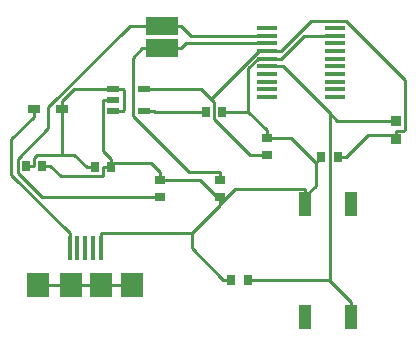
<source format=gtl>
G04 Layer: TopLayer*
G04 EasyEDA v6.5.40, 2024-08-11 13:34:47*
G04 cb6e2e9fbd21486d88ae5690d2d3dc00,10*
G04 Gerber Generator version 0.2*
G04 Scale: 100 percent, Rotated: No, Reflected: No *
G04 Dimensions in millimeters *
G04 leading zeros omitted , absolute positions ,4 integer and 5 decimal *
%FSLAX45Y45*%
%MOMM*%

%AMMACRO1*21,1,$1,$2,0,0,$3*%
%ADD10C,0.2540*%
%ADD11O,1.7420082X0.36400740000000004*%
%ADD12R,0.8000X0.9000*%
%ADD13R,0.9000X0.8000*%
%ADD14R,1.0000X0.7500*%
%ADD15R,1.1000X0.6000*%
%ADD16MACRO1,1.5X2.7X90.0000*%
%ADD17R,1.0000X2.0000*%
%ADD18R,0.4500X2.0000*%
%ADD19R,1.9000X2.1000*%
%ADD20MACRO1,0.864X0.8065X0.0000*%
%ADD21R,0.8640X0.8065*%

%LPD*%
D10*
X974826Y-1458468D02*
G01*
X480644Y-964285D01*
X480644Y-661314D01*
X670153Y-471804D01*
X974826Y-1586382D02*
G01*
X974826Y-1458468D01*
X670153Y-406400D02*
G01*
X670153Y-471804D01*
X1915515Y108204D02*
G01*
X1957120Y149809D01*
X2646603Y149809D01*
X1752600Y108204D02*
G01*
X1915515Y108204D01*
X2247900Y-941578D02*
G01*
X1981733Y-941578D01*
X1507515Y-467360D01*
X1507515Y26035D01*
X1589684Y108204D01*
X2247900Y-1009497D02*
G01*
X2247900Y-941578D01*
X1752600Y108204D02*
G01*
X1589684Y108204D01*
X1686128Y-425195D02*
G01*
X1692732Y-431800D01*
X2127097Y-431800D01*
X1603222Y-425195D02*
G01*
X1686128Y-425195D01*
X1426108Y-235204D02*
G01*
X1434134Y-243230D01*
X1434134Y-417169D01*
X1426108Y-425195D01*
X1343202Y-425195D02*
G01*
X1426108Y-425195D01*
X1384655Y-235204D02*
G01*
X1426108Y-235204D01*
X1384655Y-235204D02*
G01*
X1343202Y-235204D01*
X1343202Y-235204D02*
G01*
X1010462Y-235204D01*
X904671Y-340995D01*
X904671Y-373684D02*
G01*
X904671Y-340995D01*
X904671Y-373684D02*
G01*
X904671Y-406400D01*
X1187297Y-901700D02*
G01*
X1119378Y-901700D01*
X904671Y-406400D02*
G01*
X904671Y-471804D01*
X603097Y-889000D02*
G01*
X671017Y-889000D01*
X904671Y-471804D02*
G01*
X904671Y-794105D01*
X1119378Y-901700D02*
G01*
X1011783Y-794105D01*
X904671Y-794105D01*
X904671Y-794105D02*
G01*
X697992Y-794105D01*
X671017Y-821080D01*
X671017Y-889000D01*
X1915515Y298195D02*
G01*
X1998903Y214807D01*
X2646603Y214807D01*
X1752600Y298195D02*
G01*
X1915515Y298195D01*
X1739900Y-1149502D02*
G01*
X736422Y-1149502D01*
X535000Y-948080D01*
X535000Y-825906D01*
X791463Y-569442D01*
X791463Y-391871D01*
X1481531Y298195D01*
X1752600Y298195D01*
X983919Y-1894916D02*
G01*
X1106830Y-1894916D01*
X1106830Y-1894916D02*
G01*
X1108811Y-1896897D01*
X1235887Y-1896897D01*
X1235887Y-1896897D02*
G01*
X1378483Y-1896897D01*
X1381988Y-1893392D01*
X1504899Y-1893392D02*
G01*
X1381988Y-1893392D01*
X704900Y-1893392D02*
G01*
X859485Y-1893392D01*
X861009Y-1894916D01*
X983919Y-1894916D02*
G01*
X861009Y-1894916D01*
X2171166Y-318744D02*
G01*
X2574721Y84810D01*
X2646603Y84810D01*
X2171166Y-318744D02*
G01*
X2087600Y-235204D01*
X1603222Y-235204D01*
X2171166Y-318744D02*
G01*
X2199004Y-346608D01*
X2199004Y-489305D01*
X2503601Y-793902D01*
X2641600Y-793902D01*
X3733800Y-591286D02*
G01*
X3802049Y-591286D01*
X3813352Y-579983D01*
X3813352Y-162204D01*
X3312159Y338988D01*
X3016554Y338988D01*
X2762377Y84810D01*
X2646603Y84810D01*
X3733800Y-659536D02*
G01*
X3733800Y-625398D01*
X3733800Y-625398D02*
G01*
X3733800Y-591286D01*
X3733800Y-625398D02*
G01*
X3500323Y-625398D01*
X3312922Y-812800D01*
X3245002Y-812800D02*
G01*
X3312922Y-812800D01*
X2342997Y-1854200D02*
G01*
X2275077Y-1854200D01*
X1234922Y-1586382D02*
G01*
X1234922Y-1458468D01*
X2275077Y-1854200D02*
G01*
X2006854Y-1585976D01*
X2006854Y-1458468D01*
X1234922Y-1458468D02*
G01*
X2006854Y-1458468D01*
X2006854Y-1458468D02*
G01*
X2247900Y-1217421D01*
X2967304Y-1081176D02*
G01*
X2375814Y-1081176D01*
X2247900Y-1209090D01*
X2247900Y-1209090D02*
G01*
X2247900Y-1217421D01*
X1260297Y-330200D02*
G01*
X1260119Y-330377D01*
X1260119Y-761593D01*
X1327302Y-828776D01*
X1343202Y-330200D02*
G01*
X1260297Y-330200D01*
X1327302Y-901700D02*
G01*
X1327302Y-865225D01*
X1327302Y-865225D02*
G01*
X1327302Y-828776D01*
X1327302Y-865225D02*
G01*
X1663547Y-865225D01*
X1739900Y-941578D01*
X1739900Y-1009497D02*
G01*
X1739900Y-941578D01*
X811021Y-889000D02*
G01*
X896823Y-974801D01*
X1254201Y-974801D01*
X1259382Y-969619D01*
X1259382Y-901700D01*
X743102Y-889000D02*
G01*
X811021Y-889000D01*
X1327302Y-901700D02*
G01*
X1259382Y-901700D01*
X2247900Y-1149502D02*
G01*
X2247900Y-1179296D01*
X2247900Y-1179296D02*
G01*
X2247900Y-1209090D01*
X2247900Y-1179296D02*
G01*
X2078100Y-1009497D01*
X1739900Y-1009497D01*
X2967304Y-1209090D02*
G01*
X2967304Y-1145133D01*
X2967304Y-1145133D02*
G01*
X2967304Y-1081176D01*
X2641600Y-619937D02*
G01*
X2641600Y-607339D01*
X2641600Y-653897D02*
G01*
X2641600Y-619937D01*
X2641600Y-607339D02*
G01*
X2641600Y-585978D01*
X2487422Y-431800D02*
G01*
X2487422Y-60172D01*
X2567381Y19786D01*
X2646603Y19786D01*
X2267102Y-431800D02*
G01*
X2487422Y-431800D01*
X2487422Y-431800D02*
G01*
X2641600Y-585978D01*
X3220796Y214807D02*
G01*
X2955747Y214807D01*
X2760725Y19786D01*
X2646603Y19786D01*
X3104997Y-812800D02*
G01*
X3056356Y-861440D01*
X2967304Y-1145133D02*
G01*
X3056356Y-1056081D01*
X3056356Y-861466D01*
X3056356Y-861440D01*
X3056356Y-861440D02*
G01*
X2848787Y-653897D01*
X2641600Y-653897D01*
X3357321Y-2169083D02*
G01*
X3357321Y-2041169D01*
X3733800Y-508863D02*
G01*
X3240100Y-508863D01*
X3175000Y-443763D01*
X3175000Y-443763D02*
G01*
X2776448Y-45212D01*
X2646603Y-45212D01*
X3175000Y-443763D02*
G01*
X3175000Y-1849551D01*
X3170351Y-1854200D01*
X2483002Y-1854200D02*
G01*
X3170351Y-1854200D01*
X3170351Y-1854200D02*
G01*
X3357321Y-2041169D01*
D11*
G01*
X2646603Y279806D03*
G01*
X2646603Y214807D03*
G01*
X2646603Y149809D03*
G01*
X2646603Y84810D03*
G01*
X2646603Y19786D03*
G01*
X2646603Y-45212D03*
G01*
X2646603Y-110210D03*
G01*
X2646603Y-175209D03*
G01*
X2646603Y-240207D03*
G01*
X2646603Y-305206D03*
G01*
X3220796Y279806D03*
G01*
X3220796Y214807D03*
G01*
X3220796Y149809D03*
G01*
X3220796Y84810D03*
G01*
X3220796Y19786D03*
G01*
X3220796Y-45212D03*
G01*
X3220796Y-110210D03*
G01*
X3220796Y-175209D03*
G01*
X3220796Y-240207D03*
G01*
X3220796Y-305206D03*
D12*
G01*
X3245002Y-812800D03*
G01*
X3104997Y-812800D03*
D13*
G01*
X2641600Y-793902D03*
G01*
X2641600Y-653897D03*
G01*
X1739900Y-1149502D03*
G01*
X1739900Y-1009497D03*
G01*
X2247900Y-1009497D03*
G01*
X2247900Y-1149502D03*
D12*
G01*
X603097Y-889000D03*
G01*
X743102Y-889000D03*
G01*
X1187297Y-901700D03*
G01*
X1327302Y-901700D03*
G01*
X2127097Y-431800D03*
G01*
X2267102Y-431800D03*
D14*
G01*
X670140Y-406400D03*
G01*
X904659Y-406400D03*
D15*
G01*
X1603209Y-235204D03*
G01*
X1603209Y-425195D03*
G01*
X1343190Y-425195D03*
G01*
X1343190Y-330200D03*
G01*
X1343190Y-235204D03*
D16*
G01*
X1752600Y108200D03*
G01*
X1752600Y298199D03*
D17*
G01*
X2967291Y-2169096D03*
G01*
X2967291Y-1209103D03*
G01*
X3357308Y-2169096D03*
G01*
X3357308Y-1209103D03*
D18*
G01*
X1234922Y-1586395D03*
G01*
X1169898Y-1586395D03*
G01*
X1104874Y-1586395D03*
G01*
X1039850Y-1586395D03*
G01*
X974826Y-1586395D03*
D19*
G01*
X1504899Y-1893404D03*
G01*
X704900Y-1893404D03*
G01*
X983919Y-1894928D03*
G01*
X1235887Y-1896910D03*
D12*
G01*
X2483002Y-1854200D03*
G01*
X2342997Y-1854200D03*
D20*
G01*
X3733800Y-659524D03*
D21*
G01*
X3733800Y-508863D03*
M02*

</source>
